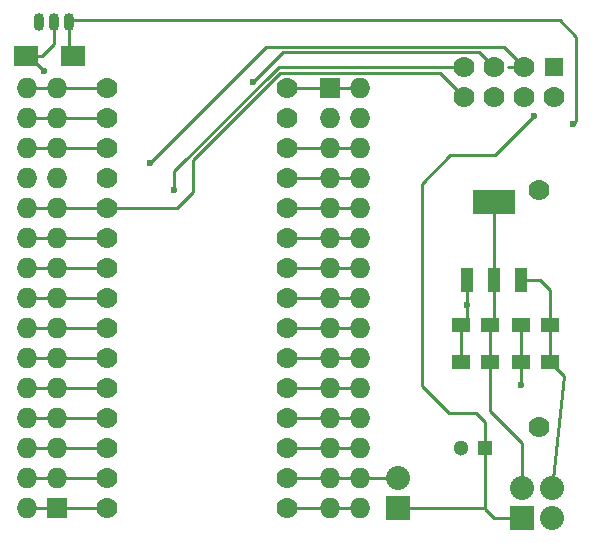
<source format=gtl>
G04 #@! TF.FileFunction,Copper,L1,Top,Signal*
%FSLAX46Y46*%
G04 Gerber Fmt 4.6, Leading zero omitted, Abs format (unit mm)*
G04 Created by KiCad (PCBNEW 4.0.2-stable) date 23-Jul-16 5:25:39 PM*
%MOMM*%
G01*
G04 APERTURE LIST*
%ADD10C,0.100000*%
%ADD11R,1.524000X1.524000*%
%ADD12C,1.778000*%
%ADD13R,1.300000X1.300000*%
%ADD14C,1.300000*%
%ADD15R,1.500000X1.250000*%
%ADD16R,3.657600X2.032000*%
%ADD17R,1.016000X2.032000*%
%ADD18R,1.727200X1.727200*%
%ADD19O,1.727200X1.727200*%
%ADD20R,2.032000X2.032000*%
%ADD21O,2.032000X2.032000*%
%ADD22C,2.032000*%
%ADD23R,2.000000X1.700000*%
%ADD24O,0.899160X1.501140*%
%ADD25C,0.600000*%
%ADD26C,0.250000*%
G04 APERTURE END LIST*
D10*
D11*
X178816000Y-93472000D03*
D12*
X176276000Y-93472000D03*
X173736000Y-93472000D03*
X171196000Y-93472000D03*
X171196000Y-96012000D03*
X173736000Y-96012000D03*
X176276000Y-96012000D03*
X178816000Y-96012000D03*
D13*
X172974000Y-125730000D03*
D14*
X170974000Y-125730000D03*
D15*
X173462000Y-115316000D03*
X170962000Y-115316000D03*
X173462000Y-118491000D03*
X170962000Y-118491000D03*
X178542000Y-115316000D03*
X176042000Y-115316000D03*
X178542000Y-118491000D03*
X176042000Y-118491000D03*
D16*
X173736000Y-104902000D03*
D17*
X173736000Y-111506000D03*
X176022000Y-111506000D03*
X171450000Y-111506000D03*
D18*
X136779000Y-130810000D03*
D19*
X134239000Y-130810000D03*
X136779000Y-128270000D03*
X134239000Y-128270000D03*
X136779000Y-125730000D03*
X134239000Y-125730000D03*
X136779000Y-123190000D03*
X134239000Y-123190000D03*
X136779000Y-120650000D03*
X134239000Y-120650000D03*
X136779000Y-118110000D03*
X134239000Y-118110000D03*
X136779000Y-115570000D03*
X134239000Y-115570000D03*
X136779000Y-113030000D03*
X134239000Y-113030000D03*
X136779000Y-110490000D03*
X134239000Y-110490000D03*
X136779000Y-107950000D03*
X134239000Y-107950000D03*
X136779000Y-105410000D03*
X134239000Y-105410000D03*
X136779000Y-102870000D03*
X134239000Y-102870000D03*
X136779000Y-100330000D03*
X134239000Y-100330000D03*
X136779000Y-97790000D03*
X134239000Y-97790000D03*
X136779000Y-95250000D03*
X134239000Y-95250000D03*
D18*
X159893000Y-95250000D03*
D19*
X162433000Y-95250000D03*
X159893000Y-97790000D03*
X162433000Y-97790000D03*
X159893000Y-100330000D03*
X162433000Y-100330000D03*
X159893000Y-102870000D03*
X162433000Y-102870000D03*
X159893000Y-105410000D03*
X162433000Y-105410000D03*
X159893000Y-107950000D03*
X162433000Y-107950000D03*
X159893000Y-110490000D03*
X162433000Y-110490000D03*
X159893000Y-113030000D03*
X162433000Y-113030000D03*
X159893000Y-115570000D03*
X162433000Y-115570000D03*
X159893000Y-118110000D03*
X162433000Y-118110000D03*
X159893000Y-120650000D03*
X162433000Y-120650000D03*
X159893000Y-123190000D03*
X162433000Y-123190000D03*
X159893000Y-125730000D03*
X162433000Y-125730000D03*
X159893000Y-128270000D03*
X162433000Y-128270000D03*
X159893000Y-130810000D03*
X162433000Y-130810000D03*
D20*
X176149000Y-131699000D03*
D21*
X176149000Y-129159000D03*
D22*
X178689000Y-129159000D03*
D21*
X178689000Y-131699000D03*
D23*
X138144000Y-92583000D03*
X134144000Y-92583000D03*
D24*
X136525000Y-89662000D03*
X137795000Y-89662000D03*
X135255000Y-89662000D03*
D20*
X165608000Y-130810000D03*
D21*
X165608000Y-128270000D03*
D12*
X140970000Y-95250000D03*
X140970000Y-97790000D03*
X140970000Y-100330000D03*
X140970000Y-102870000D03*
X140970000Y-105410000D03*
X140970000Y-107950000D03*
X140970000Y-110490000D03*
X140970000Y-113030000D03*
X140970000Y-115570000D03*
X140970000Y-118110000D03*
X140970000Y-120650000D03*
X140970000Y-123190000D03*
X140970000Y-125730000D03*
X140970000Y-128270000D03*
X140970000Y-130810000D03*
X156210000Y-130810000D03*
X156210000Y-128270000D03*
X156210000Y-125730000D03*
X156210000Y-123190000D03*
X156210000Y-120650000D03*
X156210000Y-118110000D03*
X156210000Y-115570000D03*
X156210000Y-113030000D03*
X156210000Y-110490000D03*
X156210000Y-107950000D03*
X156210000Y-105410000D03*
X156210000Y-102870000D03*
X156210000Y-100330000D03*
X156210000Y-97790000D03*
X156210000Y-95250000D03*
X177546000Y-123952000D03*
X177546000Y-103886000D03*
D25*
X177165000Y-97663000D03*
X176022000Y-120396000D03*
X171450000Y-113665000D03*
X146685000Y-103886000D03*
X144662980Y-101614884D03*
X135636000Y-93853000D03*
X153354003Y-94788952D03*
X180467000Y-98298000D03*
D26*
X172974000Y-130937000D02*
X172974000Y-130810000D01*
X172974000Y-130810000D02*
X172974000Y-125730000D01*
X165608000Y-130810000D02*
X166874000Y-130810000D01*
X166874000Y-130810000D02*
X172974000Y-130810000D01*
X172974000Y-123571000D02*
X172974000Y-125730000D01*
X172212000Y-122809000D02*
X172974000Y-123571000D01*
X169926000Y-122809000D02*
X172212000Y-122809000D01*
X167640000Y-120523000D02*
X169926000Y-122809000D01*
X167640000Y-103378000D02*
X167640000Y-120523000D01*
X170053000Y-100965000D02*
X167640000Y-103378000D01*
X173863000Y-100965000D02*
X170053000Y-100965000D01*
X177165000Y-97663000D02*
X173863000Y-100965000D01*
X176149000Y-131699000D02*
X173736000Y-131699000D01*
X173736000Y-131699000D02*
X172974000Y-130937000D01*
X176042000Y-118491000D02*
X176042000Y-120376000D01*
X176042000Y-120376000D02*
X176022000Y-120396000D01*
X176042000Y-118491000D02*
X176042000Y-115316000D01*
X171450000Y-111506000D02*
X171450000Y-113665000D01*
X171450000Y-113665000D02*
X171450000Y-114828000D01*
X170962000Y-118491000D02*
X170962000Y-115316000D01*
X170962000Y-115316000D02*
X171450000Y-114828000D01*
X178689000Y-129159000D02*
X179705000Y-119654000D01*
X179705000Y-119654000D02*
X178542000Y-118491000D01*
X178542000Y-115316000D02*
X178542000Y-118491000D01*
X176022000Y-111506000D02*
X177673000Y-111506000D01*
X178542000Y-112375000D02*
X178542000Y-115316000D01*
X177673000Y-111506000D02*
X178542000Y-112375000D01*
X155554867Y-93472000D02*
X146685000Y-102341867D01*
X146685000Y-103461736D02*
X146685000Y-103886000D01*
X146685000Y-102341867D02*
X146685000Y-103461736D01*
X171196000Y-93472000D02*
X155554867Y-93472000D01*
X140970000Y-130810000D02*
X136779000Y-130810000D01*
X136779000Y-130810000D02*
X134239000Y-130810000D01*
X134239000Y-128270000D02*
X136779000Y-128270000D01*
X136779000Y-128270000D02*
X140970000Y-128270000D01*
X134239000Y-125730000D02*
X136779000Y-125730000D01*
X140970000Y-125730000D02*
X136779000Y-125730000D01*
X174611988Y-91807988D02*
X154469876Y-91807988D01*
X154469876Y-91807988D02*
X144962979Y-101314885D01*
X144962979Y-101314885D02*
X144662980Y-101614884D01*
X176276000Y-93472000D02*
X174611988Y-91807988D01*
X176276000Y-93472000D02*
X174950001Y-93472000D01*
X134239000Y-123190000D02*
X136779000Y-123190000D01*
X136779000Y-123190000D02*
X140970000Y-123190000D01*
X140970000Y-120650000D02*
X136779000Y-120650000D01*
X136779000Y-120650000D02*
X134239000Y-120650000D01*
X134239000Y-118110000D02*
X136779000Y-118110000D01*
X136779000Y-118110000D02*
X140970000Y-118110000D01*
X140970000Y-115570000D02*
X136779000Y-115570000D01*
X136779000Y-115570000D02*
X134239000Y-115570000D01*
X134239000Y-113030000D02*
X136779000Y-113030000D01*
X136779000Y-113030000D02*
X140970000Y-113030000D01*
X140970000Y-110490000D02*
X136779000Y-110490000D01*
X136779000Y-110490000D02*
X134239000Y-110490000D01*
X134239000Y-107950000D02*
X136779000Y-107950000D01*
X136779000Y-107950000D02*
X140970000Y-107950000D01*
X148272500Y-104076500D02*
X146939000Y-105410000D01*
X146939000Y-105410000D02*
X140970000Y-105410000D01*
X148272500Y-101390778D02*
X148272500Y-104076500D01*
X171196000Y-96012000D02*
X169219999Y-94035999D01*
X169219999Y-94035999D02*
X155627279Y-94035999D01*
X155627279Y-94035999D02*
X148272500Y-101390778D01*
X140970000Y-105410000D02*
X136779000Y-105410000D01*
X136779000Y-105410000D02*
X134239000Y-105410000D01*
X135636000Y-93853000D02*
X134366000Y-92583000D01*
X134366000Y-92583000D02*
X134144000Y-92583000D01*
X136525000Y-89662000D02*
X136525000Y-91567000D01*
X135509000Y-92583000D02*
X134144000Y-92583000D01*
X136525000Y-91567000D02*
X135509000Y-92583000D01*
X134239000Y-100330000D02*
X136779000Y-100330000D01*
X136779000Y-100330000D02*
X140970000Y-100330000D01*
X140970000Y-97790000D02*
X136779000Y-97790000D01*
X136779000Y-97790000D02*
X134239000Y-97790000D01*
X134239000Y-95250000D02*
X136779000Y-95250000D01*
X136779000Y-95250000D02*
X140970000Y-95250000D01*
X162433000Y-95250000D02*
X159893000Y-95250000D01*
X159893000Y-95250000D02*
X156210000Y-95250000D01*
X162433000Y-100330000D02*
X159893000Y-100330000D01*
X159893000Y-100330000D02*
X156210000Y-100330000D01*
X156210000Y-105410000D02*
X159893000Y-105410000D01*
X159893000Y-105410000D02*
X162433000Y-105410000D01*
X162433000Y-107950000D02*
X159893000Y-107950000D01*
X159893000Y-107950000D02*
X156210000Y-107950000D01*
X156210000Y-110490000D02*
X159893000Y-110490000D01*
X159893000Y-110490000D02*
X162433000Y-110490000D01*
X162433000Y-113030000D02*
X159893000Y-113030000D01*
X159893000Y-113030000D02*
X156210000Y-113030000D01*
X156210000Y-115570000D02*
X159893000Y-115570000D01*
X159893000Y-115570000D02*
X162433000Y-115570000D01*
X162433000Y-118110000D02*
X159893000Y-118110000D01*
X159893000Y-118110000D02*
X156210000Y-118110000D01*
X156210000Y-120650000D02*
X159893000Y-120650000D01*
X159893000Y-120650000D02*
X162433000Y-120650000D01*
X162433000Y-123190000D02*
X159893000Y-123190000D01*
X159893000Y-123190000D02*
X156210000Y-123190000D01*
X156210000Y-125730000D02*
X159893000Y-125730000D01*
X159893000Y-125730000D02*
X162433000Y-125730000D01*
X153654002Y-94488953D02*
X153354003Y-94788952D01*
X172521999Y-92257999D02*
X155884956Y-92257999D01*
X155884956Y-92257999D02*
X153654002Y-94488953D01*
X173736000Y-93472000D02*
X172521999Y-92257999D01*
X156210000Y-130810000D02*
X159893000Y-130810000D01*
X159893000Y-130810000D02*
X162433000Y-130810000D01*
X177927000Y-124333000D02*
X177546000Y-123952000D01*
X180721000Y-90932000D02*
X180721000Y-98044000D01*
X137922000Y-89535000D02*
X179324000Y-89535000D01*
X180721000Y-90932000D02*
X179324000Y-89535000D01*
X180721000Y-98044000D02*
X180467000Y-98298000D01*
X137922000Y-89535000D02*
X137795000Y-89662000D01*
X137795000Y-89662000D02*
X137795000Y-92234000D01*
X137795000Y-92234000D02*
X138144000Y-92583000D01*
X156210000Y-102870000D02*
X159893000Y-102870000D01*
X162433000Y-102870000D02*
X159893000Y-102870000D01*
X176149000Y-129159000D02*
X176149000Y-125349000D01*
X173462000Y-122662000D02*
X173462000Y-118491000D01*
X176149000Y-125349000D02*
X173462000Y-122662000D01*
X173736000Y-104902000D02*
X173736000Y-104267000D01*
X173462000Y-118491000D02*
X173462000Y-115316000D01*
X173462000Y-115316000D02*
X173736000Y-115042000D01*
X173736000Y-115042000D02*
X173736000Y-111506000D01*
X173736000Y-104902000D02*
X173736000Y-111506000D01*
X162433000Y-128270000D02*
X163654314Y-128270000D01*
X163654314Y-128270000D02*
X165608000Y-128270000D01*
X162433000Y-128270000D02*
X159893000Y-128270000D01*
X159893000Y-128270000D02*
X156210000Y-128270000D01*
M02*

</source>
